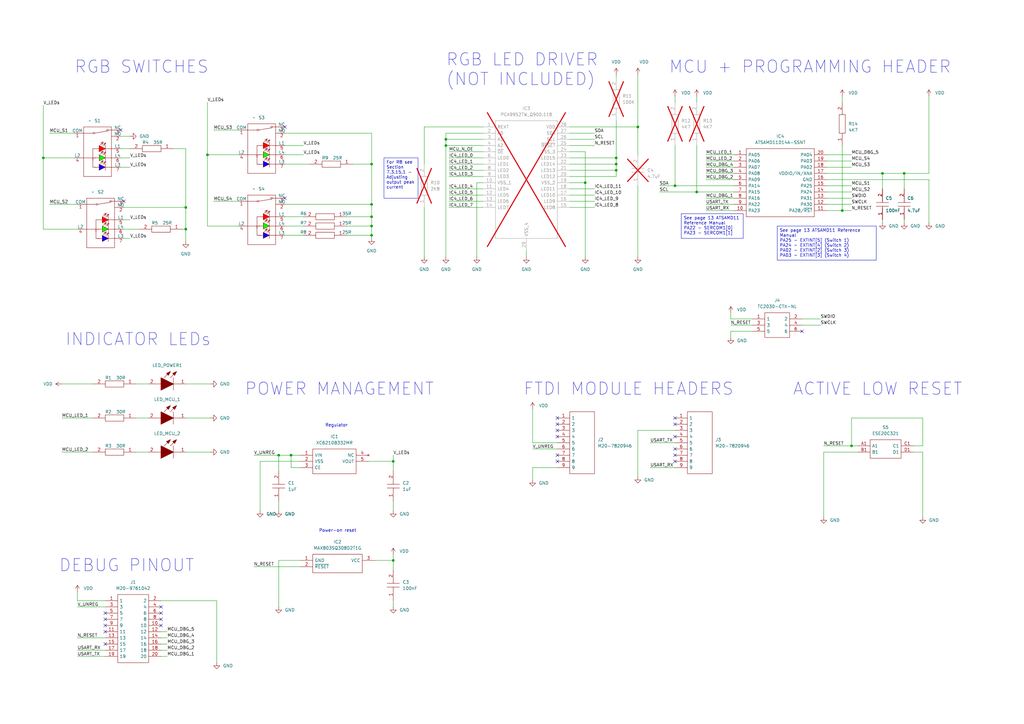
<source format=kicad_sch>
(kicad_sch (version 20230121) (generator eeschema)
  (paper "A3")
  (junction (at 76.2 85.09))
  (junction (at 345.44 86.36))
  (junction (at 349.25 182.88))
  (junction (at 114.3 186.69))
  (junction (at 152.4 83.82))
  (junction (at 276.86 76.2))
  (junction (at 240.03 74.93))
  (junction (at 152.4 92.71))
  (junction (at 161.29 229.87))
  (junction (at 152.4 67.31))
  (junction (at 161.29 189.23))
  (junction (at 361.95 71.12))
  (junction (at 152.4 88.9))
  (junction (at 370.84 71.12))
  (junction (at 76.2 93.98))
  (junction (at 252.73 64.77))
  (junction (at 85.09 63.5))
  (junction (at 252.73 67.31))
  (junction (at 152.4 96.52))
  (junction (at 182.88 57.15))
  (junction (at 261.62 52.07))
  (junction (at 285.75 78.74))
  (junction (at 252.73 69.85))
  (junction (at 17.78 64.77))
  (junction (at 182.88 59.69))
  (junction (at 119.38 186.69))
  (no_connect (at 43.18 254))
  (no_connect (at 66.04 248.92))
  (no_connect (at 66.04 251.46))
  (no_connect (at 276.86 173.99))
  (no_connect (at 276.86 189.23))
  (no_connect (at 43.18 264.16))
  (no_connect (at 43.18 251.46))
  (no_connect (at 116.84 52.07))
  (no_connect (at 228.6 171.45))
  (no_connect (at 276.86 179.07))
  (no_connect (at 276.86 186.69))
  (no_connect (at 328.93 135.89))
  (no_connect (at 228.6 186.69))
  (no_connect (at 228.6 173.99))
  (no_connect (at 276.86 171.45))
  (no_connect (at 66.04 254))
  (no_connect (at 66.04 256.54))
  (no_connect (at 50.8 82.55))
  (no_connect (at 43.18 259.08))
  (no_connect (at 276.86 184.15))
  (no_connect (at 228.6 189.23))
  (no_connect (at 228.6 179.07))
  (no_connect (at 43.18 256.54))
  (no_connect (at 228.6 176.53))
  (no_connect (at 49.53 53.34))
  (no_connect (at 116.84 81.28))
  (wire (pts (xy 31.75 242.57) (xy 31.75 246.38)))
  (wire (pts (xy 116.84 63.5) (xy 124.46 63.5)))
  (wire (pts (xy 276.86 39.37) (xy 276.86 41.91)))
  (wire (pts (xy 31.75 248.92) (xy 43.18 248.92)))
  (wire (pts (xy 339.09 76.2) (xy 349.25 76.2)))
  (wire (pts (xy 76.2 185.42) (xy 86.36 185.42)))
  (wire (pts (xy 381 39.37) (xy 381 71.12)))
  (wire (pts (xy 76.2 93.98) (xy 76.2 99.06)))
  (wire (pts (xy 198.12 74.93) (xy 195.58 74.93)))
  (wire (pts (xy 161.29 227.33) (xy 161.29 229.87)))
  (wire (pts (xy 184.15 62.23) (xy 198.12 62.23)))
  (wire (pts (xy 85.09 63.5) (xy 85.09 92.71)))
  (wire (pts (xy 218.44 167.64) (xy 218.44 181.61)))
  (wire (pts (xy 85.09 92.71) (xy 97.79 92.71)))
  (wire (pts (xy 289.56 73.66) (xy 300.99 73.66)))
  (wire (pts (xy 184.15 85.09) (xy 198.12 85.09)))
  (wire (pts (xy 55.88 157.48) (xy 60.96 157.48)))
  (wire (pts (xy 144.78 67.31) (xy 152.4 67.31)))
  (wire (pts (xy 152.4 83.82) (xy 152.4 88.9)))
  (wire (pts (xy 328.93 130.81) (xy 336.55 130.81)))
  (wire (pts (xy 161.29 193.04) (xy 161.29 189.23)))
  (wire (pts (xy 116.84 54.61) (xy 152.4 54.61)))
  (wire (pts (xy 17.78 43.18) (xy 17.78 64.77)))
  (wire (pts (xy 276.86 59.69) (xy 276.86 76.2)))
  (wire (pts (xy 49.53 55.88) (xy 53.34 55.88)))
  (wire (pts (xy 266.7 181.61) (xy 276.86 181.61)))
  (wire (pts (xy 20.32 54.61) (xy 30.48 54.61)))
  (wire (pts (xy 345.44 86.36) (xy 349.25 86.36)))
  (wire (pts (xy 173.99 85.09) (xy 173.99 105.41)))
  (wire (pts (xy 116.84 67.31) (xy 127 67.31)))
  (wire (pts (xy 114.3 186.69) (xy 119.38 186.69)))
  (wire (pts (xy 289.56 81.28) (xy 300.99 81.28)))
  (wire (pts (xy 261.62 176.53) (xy 276.86 176.53)))
  (wire (pts (xy 233.68 57.15) (xy 243.84 57.15)))
  (wire (pts (xy 261.62 30.48) (xy 261.62 52.07)))
  (wire (pts (xy 195.58 74.93) (xy 195.58 105.41)))
  (wire (pts (xy 378.46 185.42) (xy 378.46 212.09)))
  (wire (pts (xy 119.38 191.77) (xy 119.38 186.69)))
  (wire (pts (xy 114.3 229.87) (xy 123.19 229.87)))
  (wire (pts (xy 289.56 66.04) (xy 300.99 66.04)))
  (wire (pts (xy 374.65 182.88) (xy 378.46 182.88)))
  (wire (pts (xy 233.68 64.77) (xy 252.73 64.77)))
  (wire (pts (xy 182.88 57.15) (xy 198.12 57.15)))
  (wire (pts (xy 233.68 67.31) (xy 252.73 67.31)))
  (wire (pts (xy 289.56 63.5) (xy 300.99 63.5)))
  (wire (pts (xy 337.82 185.42) (xy 337.82 212.09)))
  (wire (pts (xy 339.09 83.82) (xy 349.25 83.82)))
  (wire (pts (xy 104.14 232.41) (xy 123.19 232.41)))
  (wire (pts (xy 233.68 52.07) (xy 261.62 52.07)))
  (wire (pts (xy 361.95 71.12) (xy 370.84 71.12)))
  (wire (pts (xy 252.73 64.77) (xy 252.73 67.31)))
  (wire (pts (xy 152.4 92.71) (xy 152.4 96.52)))
  (wire (pts (xy 345.44 39.37) (xy 345.44 41.91)))
  (wire (pts (xy 123.19 189.23) (xy 106.68 189.23)))
  (wire (pts (xy 152.4 67.31) (xy 152.4 83.82)))
  (wire (pts (xy 252.73 67.31) (xy 252.73 69.85)))
  (wire (pts (xy 339.09 68.58) (xy 349.25 68.58)))
  (wire (pts (xy 299.72 135.89) (xy 299.72 138.43)))
  (wire (pts (xy 289.56 71.12) (xy 300.99 71.12)))
  (wire (pts (xy 233.68 82.55) (xy 243.84 82.55)))
  (wire (pts (xy 116.84 88.9) (xy 124.46 88.9)))
  (wire (pts (xy 198.12 52.07) (xy 173.99 52.07)))
  (wire (pts (xy 285.75 39.37) (xy 285.75 41.91)))
  (wire (pts (xy 339.09 78.74) (xy 349.25 78.74)))
  (wire (pts (xy 370.84 71.12) (xy 370.84 77.47)))
  (wire (pts (xy 49.53 64.77) (xy 53.34 64.77)))
  (wire (pts (xy 261.62 176.53) (xy 261.62 195.58)))
  (wire (pts (xy 50.8 85.09) (xy 76.2 85.09)))
  (wire (pts (xy 308.61 133.35) (xy 299.72 133.35)))
  (wire (pts (xy 31.75 269.24) (xy 43.18 269.24)))
  (wire (pts (xy 182.88 59.69) (xy 198.12 59.69)))
  (wire (pts (xy 74.93 93.98) (xy 76.2 93.98)))
  (wire (pts (xy 87.63 53.34) (xy 97.79 53.34)))
  (wire (pts (xy 240.03 62.23) (xy 240.03 74.93)))
  (wire (pts (xy 276.86 76.2) (xy 300.99 76.2)))
  (wire (pts (xy 49.53 68.58) (xy 53.34 68.58)))
  (wire (pts (xy 152.4 96.52) (xy 152.4 97.79)))
  (wire (pts (xy 233.68 80.01) (xy 243.84 80.01)))
  (wire (pts (xy 142.24 88.9) (xy 152.4 88.9)))
  (wire (pts (xy 151.13 189.23) (xy 161.29 189.23)))
  (wire (pts (xy 233.68 74.93) (xy 240.03 74.93)))
  (wire (pts (xy 50.8 93.98) (xy 57.15 93.98)))
  (wire (pts (xy 25.4 157.48) (xy 38.1 157.48)))
  (wire (pts (xy 349.25 171.45) (xy 349.25 182.88)))
  (wire (pts (xy 339.09 81.28) (xy 349.25 81.28)))
  (wire (pts (xy 182.88 59.69) (xy 182.88 105.41)))
  (wire (pts (xy 184.15 82.55) (xy 198.12 82.55)))
  (wire (pts (xy 114.3 205.74) (xy 114.3 209.55)))
  (wire (pts (xy 308.61 130.81) (xy 299.72 130.81)))
  (wire (pts (xy 66.04 261.62) (xy 68.58 261.62)))
  (wire (pts (xy 345.44 59.69) (xy 345.44 86.36)))
  (wire (pts (xy 285.75 59.69) (xy 285.75 78.74)))
  (wire (pts (xy 50.8 90.17) (xy 53.34 90.17)))
  (wire (pts (xy 25.4 171.45) (xy 38.1 171.45)))
  (wire (pts (xy 76.2 85.09) (xy 76.2 93.98)))
  (wire (pts (xy 266.7 191.77) (xy 276.86 191.77)))
  (wire (pts (xy 161.29 205.74) (xy 161.29 209.55)))
  (wire (pts (xy 184.15 77.47) (xy 198.12 77.47)))
  (wire (pts (xy 76.2 60.96) (xy 76.2 85.09)))
  (wire (pts (xy 106.68 189.23) (xy 106.68 209.55)))
  (wire (pts (xy 233.68 54.61) (xy 243.84 54.61)))
  (wire (pts (xy 252.73 69.85) (xy 252.73 72.39)))
  (wire (pts (xy 152.4 54.61) (xy 152.4 67.31)))
  (wire (pts (xy 161.29 229.87) (xy 161.29 233.68)))
  (wire (pts (xy 43.18 246.38) (xy 31.75 246.38)))
  (wire (pts (xy 252.73 49.53) (xy 252.73 64.77)))
  (wire (pts (xy 218.44 191.77) (xy 218.44 196.85)))
  (wire (pts (xy 261.62 76.2) (xy 261.62 105.41)))
  (wire (pts (xy 233.68 85.09) (xy 243.84 85.09)))
  (wire (pts (xy 374.65 185.42) (xy 378.46 185.42)))
  (wire (pts (xy 289.56 68.58) (xy 300.99 68.58)))
  (wire (pts (xy 381 73.66) (xy 381 91.44)))
  (wire (pts (xy 116.84 92.71) (xy 124.46 92.71)))
  (wire (pts (xy 71.12 60.96) (xy 76.2 60.96)))
  (wire (pts (xy 270.51 76.2) (xy 276.86 76.2)))
  (wire (pts (xy 285.75 78.74) (xy 300.99 78.74)))
  (wire (pts (xy 31.75 261.62) (xy 43.18 261.62)))
  (wire (pts (xy 25.4 185.42) (xy 38.1 185.42)))
  (wire (pts (xy 17.78 64.77) (xy 17.78 93.98)))
  (wire (pts (xy 142.24 92.71) (xy 152.4 92.71)))
  (wire (pts (xy 104.14 186.69) (xy 114.3 186.69)))
  (wire (pts (xy 161.29 186.69) (xy 161.29 189.23)))
  (wire (pts (xy 184.15 64.77) (xy 198.12 64.77)))
  (wire (pts (xy 119.38 186.69) (xy 123.19 186.69)))
  (wire (pts (xy 289.56 86.36) (xy 300.99 86.36)))
  (wire (pts (xy 233.68 77.47) (xy 243.84 77.47)))
  (wire (pts (xy 173.99 52.07) (xy 173.99 67.31)))
  (wire (pts (xy 55.88 185.42) (xy 60.96 185.42)))
  (wire (pts (xy 337.82 182.88) (xy 349.25 182.88)))
  (wire (pts (xy 361.95 71.12) (xy 361.95 77.47)))
  (wire (pts (xy 339.09 86.36) (xy 345.44 86.36)))
  (wire (pts (xy 17.78 64.77) (xy 30.48 64.77)))
  (wire (pts (xy 184.15 72.39) (xy 198.12 72.39)))
  (wire (pts (xy 66.04 264.16) (xy 68.58 264.16)))
  (wire (pts (xy 233.68 72.39) (xy 252.73 72.39)))
  (wire (pts (xy 228.6 191.77) (xy 218.44 191.77)))
  (wire (pts (xy 308.61 135.89) (xy 299.72 135.89)))
  (wire (pts (xy 270.51 78.74) (xy 285.75 78.74)))
  (wire (pts (xy 153.67 229.87) (xy 161.29 229.87)))
  (wire (pts (xy 66.04 269.24) (xy 68.58 269.24)))
  (wire (pts (xy 252.73 30.48) (xy 252.73 31.75)))
  (wire (pts (xy 339.09 71.12) (xy 361.95 71.12)))
  (wire (pts (xy 215.9 102.87) (xy 215.9 105.41)))
  (wire (pts (xy 76.2 157.48) (xy 86.36 157.48)))
  (wire (pts (xy 361.95 90.17) (xy 361.95 91.44)))
  (wire (pts (xy 66.04 259.08) (xy 68.58 259.08)))
  (wire (pts (xy 66.04 266.7) (xy 68.58 266.7)))
  (wire (pts (xy 85.09 63.5) (xy 97.79 63.5)))
  (wire (pts (xy 289.56 83.82) (xy 300.99 83.82)))
  (wire (pts (xy 116.84 83.82) (xy 152.4 83.82)))
  (wire (pts (xy 184.15 69.85) (xy 198.12 69.85)))
  (wire (pts (xy 339.09 66.04) (xy 349.25 66.04)))
  (wire (pts (xy 299.72 128.27) (xy 299.72 130.81)))
  (wire (pts (xy 339.09 73.66) (xy 381 73.66)))
  (wire (pts (xy 88.9 246.38) (xy 88.9 271.78)))
  (wire (pts (xy 328.93 133.35) (xy 336.55 133.35)))
  (wire (pts (xy 218.44 184.15) (xy 228.6 184.15)))
  (wire (pts (xy 233.68 62.23) (xy 240.03 62.23)))
  (wire (pts (xy 123.19 191.77) (xy 119.38 191.77)))
  (wire (pts (xy 370.84 71.12) (xy 381 71.12)))
  (wire (pts (xy 182.88 54.61) (xy 198.12 54.61)))
  (wire (pts (xy 55.88 171.45) (xy 60.96 171.45)))
  (wire (pts (xy 87.63 82.55) (xy 97.79 82.55)))
  (wire (pts (xy 116.84 96.52) (xy 124.46 96.52)))
  (wire (pts (xy 116.84 59.69) (xy 124.46 59.69)))
  (wire (pts (xy 76.2 171.45) (xy 86.36 171.45)))
  (wire (pts (xy 233.68 59.69) (xy 243.84 59.69)))
  (wire (pts (xy 261.62 52.07) (xy 261.62 63.5)))
  (wire (pts (xy 161.29 246.38) (xy 161.29 248.92)))
  (wire (pts (xy 184.15 80.01) (xy 198.12 80.01)))
  (wire (pts (xy 370.84 90.17) (xy 370.84 91.44)))
  (wire (pts (xy 142.24 96.52) (xy 152.4 96.52)))
  (wire (pts (xy 184.15 67.31) (xy 198.12 67.31)))
  (wire (pts (xy 182.88 57.15) (xy 182.88 59.69)))
  (wire (pts (xy 49.53 60.96) (xy 53.34 60.96)))
  (wire (pts (xy 85.09 41.91) (xy 85.09 63.5)))
  (wire (pts (xy 50.8 97.79) (xy 53.34 97.79)))
  (wire (pts (xy 228.6 181.61) (xy 218.44 181.61)))
  (wire (pts (xy 339.09 63.5) (xy 349.25 63.5)))
  (wire (pts (xy 114.3 186.69) (xy 114.3 193.04)))
  (wire (pts (xy 378.46 182.88) (xy 378.46 171.45)))
  (wire (pts (xy 240.03 74.93) (xy 240.03 105.41)))
  (wire (pts (xy 31.75 266.7) (xy 43.18 266.7)))
  (wire (pts (xy 17.78 93.98) (xy 31.75 93.98)))
  (wire (pts (xy 20.32 83.82) (xy 31.75 83.82)))
  (wire (pts (xy 66.04 246.38) (xy 88.9 246.38)))
  (wire (pts (xy 349.25 182.88) (xy 351.79 182.88)))
  (wire (pts (xy 152.4 88.9) (xy 152.4 92.71)))
  (wire (pts (xy 114.3 229.87) (xy 114.3 248.92)))
  (wire (pts (xy 378.46 171.45) (xy 349.25 171.45)))
  (wire (pts (xy 233.68 69.85) (xy 252.73 69.85)))
  (wire (pts (xy 182.88 54.61) (xy 182.88 57.15)))
  (wire (pts (xy 351.79 185.42) (xy 337.82 185.42)))
  (text_box "See page 13 ATSAMD11 Reference Manual\nPA22 - SERCOM1[0]\nPA23 - SERCOM1[1]" (at 279.4 87.63 0) (size 25.4 10.16) (effects (font (size 1.27 1.27)) (justify left top)))
  (text_box "See page 13 ATSAMD11 Reference Manual\nPA25 - EXTINT[5] (Switch 1)\nPA24 - EXTINT[4] (Switch 2)\nPA02 - EXTINT[2] (Switch 3)\nPA03 - EXTINT[3] (Switch 4)" (at 318.77 92.71 0) (size 40.64 13.97) (effects (font (size 1.27 1.27)) (justify left top)))
  (text_box "For R8 see Section 7.3.15.1 - Adjusting output peak current\n" (at 157.48 64.77 0) (size 13.97 16.51) (effects (font (size 1.27 1.27)) (justify left top)))
  (text "POWER MANAGEMENT" (at 100.33 162.56 0) (effects (font (size 5 5)) (justify left bottom)))
  (text "FTDI MODULE HEADERS" (at 214.63 162.56 0) (effects (font (size 5 5)) (justify left bottom)))
  (text "DEBUG PINOUT" (at 24.13 234.95 0) (effects (font (size 5 5)) (justify left bottom)))
  (text "INDICATOR LEDs" (at 26.67 142.24 0) (effects (font (size 5 5)) (justify left bottom)))
  (text "RGB LED DRIVER\n(NOT INCLUDED)" (at 182.88 35.56 0) (effects (font (size 5 5)) (justify left bottom)))
  (text "ACTIVE LOW RESET" (at 325.12 162.56 0) (effects (font (size 5 5)) (justify left bottom)))
  (text "RGB SWITCHES" (at 30.48 30.48 0) (effects (font (size 5 5)) (justify left bottom)))
  (text "Regulator" (at 133.35 175.26 0) (effects (font (size 1.27 1.27)) (justify left bottom)))
  (text "MCU + PROGRAMMING HEADER" (at 274.32 30.48 0) (effects (font (size 5 5)) (justify left bottom)))
  (text "Power-on reset" (at 130.81 218.44 0) (effects (font (size 1.27 1.27)) (justify left bottom)))
  (label "SDA" (at 243.84 54.61 0))
  (label "IC4_LED_4" (at 184.15 77.47 0))
  (label "IC4_LED_11" (at 243.84 77.47 0))
  (label "N_RESET" (at 243.84 59.69 0))
  (label "V_LEDs" (at 161.29 186.69 0))
  (label "USART_RX" (at 31.75 266.7 0))
  (label "SWDIO" (at 349.25 81.28 0))
  (label "MCU_DBG_2" (at 68.58 266.7 0))
  (label "MCU_DBG_4" (at 68.58 261.62 0))
  (label "IC4_LED_1" (at 184.15 67.31 0))
  (label "SWCLK" (at 349.25 83.82 0))
  (label "V_UNREG" (at 218.44 184.15 0))
  (label "V_UNREG" (at 31.75 248.92 0))
  (label "V_UNREG" (at 104.14 186.69 0))
  (label "MCU_N_OE" (at 184.15 62.23 0))
  (label "IC4_LED_6" (at 184.15 82.55 0))
  (label "MCU_DBG_5" (at 349.25 63.5 0))
  (label "N_RESET" (at 31.75 261.62 0))
  (label "MCU_DBG_2" (at 289.56 73.66 0))
  (label "MCU_S4" (at 349.25 66.04 0))
  (label "USART_TX" (at 31.75 269.24 0))
  (label "IC4_LED_5" (at 184.15 80.01 0))
  (label "SCL" (at 270.51 78.74 0))
  (label "V_LEDs" (at 124.46 63.5 0))
  (label "N_RESET" (at 337.82 182.88 0))
  (label "MCU_LED_2" (at 25.4 185.42 0))
  (label "IC4_LED_9" (at 243.84 82.55 0))
  (label "SWDIO" (at 336.55 130.81 0))
  (label "V_LEDs" (at 85.09 41.91 0))
  (label "USART_RX" (at 289.56 86.36 0))
  (label "MCU_S1" (at 20.32 54.61 0))
  (label "SCL" (at 243.84 57.15 0))
  (label "MCU_S3" (at 349.25 68.58 0))
  (label "IC4_LED_8" (at 243.84 85.09 0))
  (label "MCU_DBG_3" (at 68.58 264.16 0))
  (label "N_RESET" (at 349.25 86.36 0))
  (label "IC4_LED_0" (at 184.15 64.77 0))
  (label "MCU_S2" (at 20.32 83.82 0))
  (label "MCU_S3" (at 87.63 53.34 0))
  (label "MCU_DBG_5" (at 68.58 259.08 0))
  (label "V_LEDs" (at 53.34 97.79 0))
  (label "N_RESET" (at 299.72 133.35 0))
  (label "IC4_LED_2" (at 184.15 69.85 0))
  (label "V_LEDs" (at 53.34 90.17 0))
  (label "USART_TX" (at 266.7 181.61 0))
  (label "IC4_LED_3" (at 184.15 72.39 0))
  (label "MCU_LED_1" (at 25.4 171.45 0))
  (label "MCU_DBG_4" (at 289.56 68.58 0))
  (label "IC4_LED_10" (at 243.84 80.01 0))
  (label "MCU_S4" (at 87.63 82.55 0))
  (label "USART_TX" (at 289.56 83.82 0))
  (label "IC4_LED_7" (at 184.15 85.09 0))
  (label "MCU_DBG_1" (at 68.58 269.24 0))
  (label "SDA" (at 270.51 76.2 0))
  (label "USART_RX" (at 266.7 191.77 0))
  (label "SWCLK" (at 336.55 133.35 0))
  (label "V_LEDs" (at 124.46 59.69 0))
  (label "MCU_DBG_1" (at 289.56 81.28 0))
  (label "V_LEDs" (at 53.34 64.77 0))
  (label "MCU_S1" (at 349.25 76.2 0))
  (label "MCU_LED_1" (at 289.56 63.5 0))
  (label "MCU_S2" (at 349.25 78.74 0))
  (label "MCU_LED_2" (at 289.56 66.04 0))
  (label "V_LEDs" (at 53.34 68.58 0))
  (label "V_LEDs" (at 17.78 43.18 0))
  (label "N_RESET" (at 104.14 232.41 0))
  (label "MCU_DBG_3" (at 289.56 71.12 0))
  (symbol (lib_id "power:GND") (at 195.58 105.41 0) (unit 1)
    (property "Reference" "#PWR026" (effects hide))
    (property "Value" "GND" (at 195.58 110.49 0))
  )
  (symbol (lib_id "power:GND") (at 218.44 196.85 0) (unit 1)
    (property "Reference" "#PWR028" (effects hide))
    (property "Value" "GND" (at 220.98 198.12 0) (effects (justify left)))
  )
  (symbol (lib_id "power:GND") (at 152.4 97.79 0) (unit 1)
    (property "Reference" "#PWR020" (effects hide))
    (property "Value" "GND" (at 152.4 102.87 0))
  )
  (symbol (lib_id "power:GND") (at 173.99 105.41 0) (unit 1)
    (property "Reference" "#PWR024" (effects hide))
    (property "Value" "GND" (at 173.99 110.49 0))
  )
  (symbol (lib_id "BuranComponents:PB26-13M_RGB") (at 36.83 49.53 0) (unit 1)
    (property "Reference" "S1" (at 40.005 49.53 0))
    (property "Value" "~" (at 36.83 49.53 0))
    (property "Footprint" "BuranCustom:PB26-13M RGB LED" (effects hide))
  )
  (symbol (lib_id "SamacSys:XC6210B332MR") (at 123.19 186.69 0) (unit 1)
    (property "Reference" "IC1" (at 137.16 179.07 0))
    (property "Value" "XC6210B332MR" (at 137.16 181.61 0))
    (property "Footprint" "SamacSys_Parts:SOT95P280X130-5N" (effects hide))
    (property "Datasheet" "https://www.torexsemi.com/file/xc6210/XC6210.pdf" (effects hide))
    (property "Description" "TOREX - XC6210B332MR - IC, V REG CMOS LDO 3.3V, SMD, 6210" (effects hide))
    (property "Height" "1.3" (effects hide))
    (property "Manufacturer_Name" "Torex" (effects hide))
    (property "Manufacturer_Part_Number" "XC6210B332MR" (effects hide))
    (property "Mouser Part Number" "N/A" (effects hide))
    (property "Mouser Price/Stock" "https://www.mouser.co.uk/ProductDetail/Torex-Semiconductor/XC6210B332MR?qs=TiOZkKH1s2RnKp%252BMGbUSuQ%3D%3D" (effects hide))
  )
  (symbol (lib_id "SamacSys:ERA3AEB471V") (at 142.24 92.71 180) (unit 1)
    (property "Reference" "R7" (at 124.46 91.44 0))
    (property "Value" "25R" (at 142.24 91.44 0))
    (property "Footprint" "SamacSys_Parts:ERA3AEB101V" (effects hide))
    (property "Datasheet" "https://industrial.panasonic.com/cdbs/www-data/pdf/RDM0000/AOA0000C307.pdf" (effects hide))
    (property "Description" "SMD Thin film resistor 0603 470R (Reel) Panasonic ERA Series Thin Film Surface Mount Fixed Resistor 0603 Case 470 +/-0.1% 0.1W +/-25ppm/C" (effects hide))
    (property "Height" "0.55" (effects hide))
    (property "Manufacturer_Name" "Panasonic" (effects hide))
    (property "Manufacturer_Part_Number" "ERA3AEB471V" (effects hide))
  )
  (symbol (lib_id "power:VDD") (at 252.73 30.48 0) (unit 1)
    (property "Reference" "#PWR030" (effects hide))
    (property "Value" "VDD" (at 252.73 25.4 0))
  )
  (symbol (lib_id "power:GND") (at 337.82 212.09 0) (unit 1)
    (property "Reference" "#PWR038" (effects hide))
    (property "Value" "GND" (at 340.36 213.36 0) (effects (justify left)))
  )
  (symbol (lib_id "SamacSys:HSMA-C120") (at 76.2 157.48 0) (mirror y) (unit 1)
    (property "Reference" "LED_POWER1" (at 68.58 149.86 0))
    (property "Value" "HSMA-C120" (effects hide))
    (property "Footprint" "SamacSys_Parts:LEDM166X110N" (effects hide))
    (property "Datasheet" "https://docs.broadcom.com/docs/AV02-0975EN" (effects hide))
    (property "Description" "1.9 V Amber LED 1608 (0603)  SMD, Broadcom HSMA-C120" (effects hide))
    (property "Height" "1.1" (effects hide))
    (property "Manufacturer_Name" "Avago Technologies" (effects hide))
    (property "Manufacturer_Part_Number" "HSMA-C120" (effects hide))
    (property "Mouser Part Number" "630-HSMA-C120" (effects hide))
    (property "Mouser Price/Stock" "https://www.mouser.co.uk/ProductDetail/Broadcom-Avago/HSMA-C120?qs=YDL0qNrpDT5lwntMCaK4Iw%3D%3D" (effects hide))
  )
  (symbol (lib_id "power:GND") (at 86.36 171.45 90) (unit 1)
    (property "Reference" "#PWR012" (effects hide))
    (property "Value" "GND" (at 90.17 171.45 90) (effects (justify right)))
  )
  (symbol (lib_id "SamacSys:PCA9952TW_Q900,118") (at 198.12 52.07 0) (unit 1) (on_board no) (dnp yes)
    (property "Reference" "IC3" (at 215.9 44.45 0))
    (property "Value" "PCA9952TW_Q900,118" (at 215.9 46.99 0))
    (property "Footprint" "SamacSys_Parts:SOP65P640X110-29N" (effects hide))
    (property "Datasheet" "https://www.nxp.com/docs/en/data-sheet/PCA9952_PCA9955.pdf" (effects hide))
    (property "Description" "LED Lighting Drivers 16-channel Fm+ I2C- bus 57 mA LED driver" (effects hide))
    (property "Height" "1.1" (effects hide))
    (property "Manufacturer_Name" "NXP" (effects hide))
    (property "Manufacturer_Part_Number" "PCA9952TW/Q900,118" (effects hide))
    (property "Mouser Part Number" "771-PCA9952TWQ900118" (effects hide))
    (property "Mouser Price/Stock" "https://www.mouser.co.uk/ProductDetail/NXP-Semiconductors/PCA9952TW-Q900118?qs=fi7yB2oewZllQz9161F1iA%3D%3D" (effects hide))
    (property "Arrow Part Number" "PCA9952TW/Q900,118" (effects hide))
    (property "Arrow Price/Stock" "https://www.arrow.com/en/products/pca9952twq900118/nxp-semiconductors?region=nac" (effects hide))
  )
  (symbol (lib_id "power:GND") (at 215.9 105.41 0) (unit 1)
    (property "Reference" "#PWR027" (effects hide))
    (property "Value" "GND" (at 215.9 110.49 0))
  )
  (symbol (lib_id "power:VDD") (at 299.72 128.27 0) (unit 1)
    (property "Reference" "#PWR036" (effects hide))
    (property "Value" "VDD" (at 302.26 127 0) (effects (justify left)))
  )
  (symbol (lib_id "SamacSys:C0603C180F5GACTU") (at 370.84 90.17 90) (unit 1)
    (property "Reference" "C6" (at 372.11 81.28 90) (effects (justify right)))
    (property "Value" "4.7uF" (at 372.11 86.36 90) (effects (justify right)))
    (property "Footprint" "SamacSys_Parts:CAPC1608X87N" (effects hide))
    (property "Datasheet" "https://content.kemet.com/datasheets/KEM_C1003_C0G_SMD.pdf" (effects hide))
    (property "Description" "SMD Comm C0G, Ceramic, 18 pF, 1%, 50 VDC, 125 VDC, 125C, -55C, C0G, SMD, MLCC, Ultra-Stable, Low Loss, Class I, 0.1 % , 100 GOhms, 3.7 mg, 0603, 1.6mm, 0.8mm, 0.8mm, 0.7mm, 0.35mm, 4000, 78  Weeks, 120" (effects hide))
    (property "Height" "0.87" (effects hide))
    (property "Manufacturer_Name" "KEMET" (effects hide))
    (property "Manufacturer_Part_Number" "C0603C180F5GACTU" (effects hide))
    (property "Mouser Part Number" "80-C0603C180F5G" (effects hide))
    (property "Mouser Price/Stock" "https://www.mouser.co.uk/ProductDetail/KEMET/C0603C180F5GACTU?qs=nRD1PKnFC2GPi%2FOLc6pETA%3D%3D" (effects hide))
    (property "Arrow Part Number" "C0603C180F5GACTU" (effects hide))
    (property "Arrow Price/Stock" "https://www.arrow.com/en/products/c0603c180f5gactu/kemet-corporation?region=nac" (effects hide))
  )
  (symbol (lib_id "SamacSys:ERA3AEB471V") (at 74.93 93.98 180) (unit 1)
    (property "Reference" "R5" (at 63.5 91.44 0))
    (property "Value" "25R" (at 68.58 91.44 0))
    (property "Footprint" "SamacSys_Parts:ERA3AEB101V" (effects hide))
    (property "Datasheet" "https://industrial.panasonic.com/cdbs/www-data/pdf/RDM0000/AOA0000C307.pdf" (effects hide))
    (property "Description" "SMD Thin film resistor 0603 470R (Reel) Panasonic ERA Series Thin Film Surface Mount Fixed Resistor 0603 Case 470 +/-0.1% 0.1W +/-25ppm/C" (effects hide))
    (property "Height" "0.55" (effects hide))
    (property "Manufacturer_Name" "Panasonic" (effects hide))
    (property "Manufacturer_Part_Number" "ERA3AEB471V" (effects hide))
  )
  (symbol (lib_id "power:GND") (at 299.72 138.43 0) (unit 1)
    (property "Reference" "#PWR037" (effects hide))
    (property "Value" "GND" (at 302.26 139.7 0) (effects (justify left)))
  )
  (symbol (lib_id "power:VDD") (at 25.4 157.48 90) (unit 1)
    (property "Reference" "#PWR02" (effects hide))
    (property "Value" "VDD" (at 21.59 157.48 90) (effects (justify left)))
  )
  (symbol (lib_id "power:GND") (at 182.88 105.41 0) (unit 1)
    (property "Reference" "#PWR025" (effects hide))
    (property "Value" "GND" (at 182.88 110.49 0))
  )
  (symbol (lib_id "SamacSys:ERA3AEB471V") (at 345.44 59.69 90) (unit 1)
    (property "Reference" "R14" (at 347.98 50.8 90) (effects (justify right)))
    (property "Value" "4K7" (at 347.98 53.34 90) (effects (justify right)))
    (property "Footprint" "SamacSys_Parts:ERA3AEB101V" (effects hide))
    (property "Datasheet" "https://industrial.panasonic.com/cdbs/www-data/pdf/RDM0000/AOA0000C307.pdf" (effects hide))
    (property "Description" "SMD Thin film resistor 0603 470R (Reel) Panasonic ERA Series Thin Film Surface Mount Fixed Resistor 0603 Case 470 +/-0.1% 0.1W +/-25ppm/C" (effects hide))
    (property "Height" "0.55" (effects hide))
    (property "Manufacturer_Name" "Panasonic" (effects hide))
    (property "Manufacturer_Part_Number" "ERA3AEB471V" (effects hide))
  )
  (symbol (lib_id "power:VDD") (at 285.75 39.37 0) (unit 1)
    (property "Reference" "#PWR035" (effects hide))
    (property "Value" "VDD" (at 288.29 38.1 0) (effects (justify left)))
  )
  (symbol (lib_id "power:GND") (at 86.36 157.48 90) (unit 1)
    (property "Reference" "#PWR011" (effects hide))
    (property "Value" "GND" (at 90.17 157.48 90) (effects (justify right)))
  )
  (symbol (lib_id "power:GND") (at 88.9 271.78 0) (unit 1)
    (property "Reference" "#PWR014" (effects hide))
    (property "Value" "GND" (at 91.44 273.05 0) (effects (justify left)))
  )
  (symbol (lib_id "SamacSys:C0603C180F5GACTU") (at 161.29 246.38 90) (unit 1)
    (property "Reference" "C3" (at 165.1 238.76 90) (effects (justify right)))
    (property "Value" "100nF" (at 165.1 241.3 90) (effects (justify right)))
    (property "Footprint" "SamacSys_Parts:CAPC1608X87N" (effects hide))
    (property "Datasheet" "https://content.kemet.com/datasheets/KEM_C1003_C0G_SMD.pdf" (effects hide))
    (property "Description" "SMD Comm C0G, Ceramic, 18 pF, 1%, 50 VDC, 125 VDC, 125C, -55C, C0G, SMD, MLCC, Ultra-Stable, Low Loss, Class I, 0.1 % , 100 GOhms, 3.7 mg, 0603, 1.6mm, 0.8mm, 0.8mm, 0.7mm, 0.35mm, 4000, 78  Weeks, 120" (effects hide))
    (property "Height" "0.87" (effects hide))
    (property "Manufacturer_Name" "KEMET" (effects hide))
    (property "Manufacturer_Part_Number" "C0603C180F5GACTU" (effects hide))
    (property "Mouser Part Number" "80-C0603C180F5G" (effects hide))
    (property "Mouser Price/Stock" "https://www.mouser.co.uk/ProductDetail/KEMET/C0603C180F5GACTU?qs=nRD1PKnFC2GPi%2FOLc6pETA%3D%3D" (effects hide))
    (property "Arrow Part Number" "C0603C180F5GACTU" (effects hide))
    (property "Arrow Price/Stock" "https://www.arrow.com/en/products/c0603c180f5gactu/kemet-corporation?region=nac" (effects hide))
  )
  (symbol (lib_id "power:VDD") (at 161.29 227.33 0) (unit 1)
    (property "Reference" "#PWR022" (effects hide))
    (property "Value" "VDD" (at 163.83 226.06 0) (effects (justify left)))
  )
  (symbol (lib_id "SamacSys:M20-9761042") (at 43.18 246.38 0) (unit 1)
    (property "Reference" "J1" (at 54.61 238.76 0))
    (property "Value" "M20-9761042" (at 54.61 241.3 0))
    (property "Footprint" "SamacSys_Parts:HDRV20W64P254_2X10_2540X508X838P" (effects hide))
    (property "Datasheet" "https://cdn.harwin.com/pdfs/M20-976.pdf" (effects hide))
    (property "Description" "2.54mm (0.1\") Pitch DIL Vertical Throughboard Pin Header, 5.8mm mating pin height, selective gold + tin, 10+10 contacts" (effects hide))
    (property "Height" "8.38" (effects hide))
    (property "Manufacturer_Name" "Harwin" (effects hide))
    (property "Manufacturer_Part_Number" "M20-9761042" (effects hide))
    (property "Mouser Part Number" "855-M20-9761042" (effects hide))
    (property "Mouser Price/Stock" "https://www.mouser.co.uk/ProductDetail/Harwin/M20-9761042?qs=vF78I%252BjhbY%2Fp44UYNx369Q%3D%3D" (effects hide))
  )
  (symbol (lib_id "power:GND") (at 114.3 209.55 0) (unit 1)
    (property "Reference" "#PWR016" (effects hide))
    (property "Value" "GND" (at 116.84 210.82 0) (effects (justify left)))
  )
  (symbol (lib_id "power:GND") (at 106.68 209.55 0) (unit 1)
    (property "Reference" "#PWR015" (effects hide))
    (property "Value" "GND" (at 109.22 210.82 0) (effects (justify left)))
  )
  (symbol (lib_id "power:GND") (at 240.03 105.41 0) (unit 1)
    (property "Reference" "#PWR029" (effects hide))
    (property "Value" "GND" (at 240.03 110.49 0))
  )
  (symbol (lib_id "SamacSys:C0603C180F5GACTU") (at 161.29 205.74 90) (unit 1)
    (property "Reference" "C2" (at 165.1 198.12 90) (effects (justify right)))
    (property "Value" "1uF" (at 165.1 200.66 90) (effects (justify right)))
    (property "Footprint" "SamacSys_Parts:CAPC1608X87N" (effects hide))
    (property "Datasheet" "https://content.kemet.com/datasheets/KEM_C1003_C0G_SMD.pdf" (effects hide))
    (property "Description" "SMD Comm C0G, Ceramic, 18 pF, 1%, 50 VDC, 125 VDC, 125C, -55C, C0G, SMD, MLCC, Ultra-Stable, Low Loss, Class I, 0.1 % , 100 GOhms, 3.7 mg, 0603, 1.6mm, 0.8mm, 0.8mm, 0.7mm, 0.35mm, 4000, 78  Weeks, 120" (effects hide))
    (property "Height" "0.87" (effects hide))
    (property "Manufacturer_Name" "KEMET" (effects hide))
    (property "Manufacturer_Part_Number" "C0603C180F5GACTU" (effects hide))
    (property "Mouser Part Number" "80-C0603C180F5G" (effects hide))
    (property "Mouser Price/Stock" "https://www.mouser.co.uk/ProductDetail/KEMET/C0603C180F5GACTU?qs=nRD1PKnFC2GPi%2FOLc6pETA%3D%3D" (effects hide))
    (property "Arrow Part Number" "C0603C180F5GACTU" (effects hide))
    (property "Arrow Price/Stock" "https://www.arrow.com/en/products/c0603c180f5gactu/kemet-corporation?region=nac" (effects hide))
  )
  (symbol (lib_id "power:GND") (at 370.84 91.44 0) (unit 1)
    (property "Reference" "#PWR041" (effects hide))
    (property "Value" "GND" (at 373.38 92.71 0) (effects (justify left)))
  )
  (symbol (lib_id "power:GND") (at 86.36 185.42 90) (unit 1)
    (property "Reference" "#PWR013" (effects hide))
    (property "Value" "GND" (at 90.17 185.42 90) (effects (justify right)))
  )
  (symbol (lib_id "SamacSys:M20-7820946") (at 228.6 171.45 0) (unit 1)
    (property "Reference" "J2" (at 245.11 180.34 0) (effects (justify left)))
    (property "Value" "M20-7820946" (at 245.11 182.88 0) (effects (justify left)))
    (property "Footprint" "SamacSys_Parts:RHDR9W70P0X254_1X9_2326X250X865P" (effects hide))
    (property "Datasheet" "https://cdn.harwin.com/pdfs/M20-782.pdf" (effects hide))
    (property "Description" "2.54mm (0.1\") Pitch SIL Vertical Throughboard Socket Assembly, tin, 9 contacts" (effects hide))
    (property "Height" "8.65" (effects hide))
    (property "Manufacturer_Name" "Harwin" (effects hide))
    (property "Manufacturer_Part_Number" "M20-7820946" (effects hide))
    (property "Mouser Part Number" "855-M20-7820946" (effects hide))
    (property "Mouser Price/Stock" "https://www.mouser.co.uk/ProductDetail/Harwin/M20-7820946?qs=vF78I%252BjhbY9ojjezFz0qqQ%3D%3D" (effects hide))
  )
  (symbol (lib_id "SamacSys:ERA3AEB471V") (at 252.73 49.53 90) (unit 1) (on_board no) (dnp yes)
    (property "Reference" "R11" (at 255.27 39.37 90) (effects (justify right)))
    (property "Value" "100K" (at 255.27 41.91 90) (effects (justify right)))
    (property "Footprint" "SamacSys_Parts:ERA3AEB101V" (effects hide))
    (property "Datasheet" "https://industrial.panasonic.com/cdbs/www-data/pdf/RDM0000/AOA0000C307.pdf" (effects hide))
    (property "Description" "SMD Thin film resistor 0603 470R (Reel) Panasonic ERA Series Thin Film Surface Mount Fixed Resistor 0603 Case 470 +/-0.1% 0.1W +/-25ppm/C" (effects hide))
    (property "Height" "0.55" (effects hide))
    (property "Manufacturer_Name" "Panasonic" (effects hide))
    (property "Manufacturer_Part_Number" "ERA3AEB471V" (effects hide))
  )
  (symbol (lib_id "SamacSys:ERA3AEB471V") (at 142.24 88.9 180) (unit 1)
    (property "Reference" "R6" (at 124.46 87.63 0))
    (property "Value" "35R" (at 142.24 87.63 0))
    (property "Footprint" "SamacSys_Parts:ERA3AEB101V" (effects hide))
    (property "Datasheet" "https://industrial.panasonic.com/cdbs/www-data/pdf/RDM0000/AOA0000C307.pdf" (effects hide))
    (property "Description" "SMD Thin film resistor 0603 470R (Reel) Panasonic ERA Series Thin Film Surface Mount Fixed Resistor 0603 Case 470 +/-0.1% 0.1W +/-25ppm/C" (effects hide))
    (property "Height" "0.55" (effects hide))
    (property "Manufacturer_Name" "Panasonic" (effects hide))
    (property "Manufacturer_Part_Number" "ERA3AEB471V" (effects hide))
  )
  (symbol (lib_id "power:GND") (at 261.62 195.58 0) (unit 1)
    (property "Reference" "#PWR033" (effects hide))
    (property "Value" "GND" (at 264.16 196.85 0) (effects (justify left)))
  )
  (symbol (lib_id "SamacSys:ERA3AEB471V") (at 55.88 171.45 180) (unit 1)
    (property "Reference" "R2" (at 44.45 168.91 0))
    (property "Value" "30R" (at 49.53 168.91 0))
    (property "Footprint" "SamacSys_Parts:ERA3AEB101V" (effects hide))
    (property "Datasheet" "https://industrial.panasonic.com/cdbs/www-data/pdf/RDM0000/AOA0000C307.pdf" (effects hide))
    (property "Description" "SMD Thin film resistor 0603 470R (Reel) Panasonic ERA Series Thin Film Surface Mount Fixed Resistor 0603 Case 470 +/-0.1% 0.1W +/-25ppm/C" (effects hide))
    (property "Height" "0.55" (effects hide))
    (property "Manufacturer_Name" "Panasonic" (effects hide))
    (property "Manufacturer_Part_Number" "ERA3AEB471V" (effects hide))
  )
  (symbol (lib_id "SamacSys:MAX803SQ308D2T1G") (at 123.19 229.87 0) (unit 1)
    (property "Reference" "IC2" (at 138.43 222.25 0))
    (property "Value" "MAX803SQ308D2T1G" (at 138.43 224.79 0))
    (property "Footprint" "SamacSys_Parts:SOT65P220X100-3N" (effects hide))
    (property "Datasheet" "http://www.onsemi.com/pub/Collateral/MAX803-D.PDF" (effects hide))
    (property "Height" "1" (effects hide))
    (property "Manufacturer_Name" "onsemi" (effects hide))
    (property "Manufacturer_Part_Number" "MAX803SQ308D2T1G" (effects hide))
    (property "Mouser Part Number" "863-MAX803SQ308D2T1G" (effects hide))
    (property "Mouser Price/Stock" "https://www.mouser.co.uk/ProductDetail/onsemi/MAX803SQ308D2T1G?qs=mYaVSTb8pgULdtY94bR4ZA%3D%3D" (effects hide))
    (property "Arrow Part Number" "MAX803SQ308D2T1G" (effects hide))
    (property "Arrow Price/Stock" "https://www.arrow.com/en/products/max803sq308d2t1g/on-semiconductor" (effects hide))
  )
  (symbol (lib_id "SamacSys:ERA3AEB471V") (at 71.12 60.96 180) (unit 1)
    (property "Reference" "R4" (at 59.69 58.42 0))
    (property "Value" "35R" (at 64.77 58.42 0))
    (property "Footprint" "SamacSys_Parts:ERA3AEB101V" (effects hide))
    (property "Datasheet" "https://industrial.panasonic.com/cdbs/www-data/pdf/RDM0000/AOA0000C307.pdf" (effects hide))
    (property "Description" "SMD Thin film resistor 0603 470R (Reel) Panasonic ERA Series Thin Film Surface Mount Fixed Resistor 0603 Case 470 +/-0.1% 0.1W +/-25ppm/C" (effects hide))
    (property "Height" "0.55" (effects hide))
    (property "Manufacturer_Name" "Panasonic" (effects hide))
    (property "Manufacturer_Part_Number" "ERA3AEB471V" (effects hide))
  )
  (symbol (lib_id "power:VDD") (at 218.44 167.64 0) (unit 1)
    (property "Reference" "#PWR045" (effects hide))
    (property "Value" "VDD" (at 220.98 166.37 0) (effects (justify left)))
  )
  (symbol (lib_id "power:GND") (at 378.46 212.09 0) (unit 1)
    (property "Reference" "#PWR042" (effects hide))
    (property "Value" "GND" (at 381 213.36 0) (effects (justify left)))
  )
  (symbol (lib_id "SamacSys:C0603C180F5GACTU") (at 361.95 90.17 90) (unit 1)
    (property "Reference" "C5" (at 363.22 81.28 90) (effects (justify right)))
    (property "Value" "100nF" (at 363.22 86.36 90) (effects (justify right)))
    (property "Footprint" "SamacSys_Parts:CAPC1608X87N" (effects hide))
    (property "Datasheet" "https://content.kemet.com/datasheets/KEM_C1003_C0G_SMD.pdf" (effects hide))
    (property "Description" "SMD Comm C0G, Ceramic, 18 pF, 1%, 50 VDC, 125 VDC, 125C, -55C, C0G, SMD, MLCC, Ultra-Stable, Low Loss, Class I, 0.1 % , 100 GOhms, 3.7 mg, 0603, 1.6mm, 0.8mm, 0.8mm, 0.7mm, 0.35mm, 4000, 78  Weeks, 120" (effects hide))
    (property "Height" "0.87" (effects hide))
    (property "Manufacturer_Name" "KEMET" (effects hide))
    (property "Manufacturer_Part_Number" "C0603C180F5GACTU" (effects hide))
    (property "Mouser Part Number" "80-C0603C180F5G" (effects hide))
    (property "Mouser Price/Stock" "https://www.mouser.co.uk/ProductDetail/KEMET/C0603C180F5GACTU?qs=nRD1PKnFC2GPi%2FOLc6pETA%3D%3D" (effects hide))
    (property "Arrow Part Number" "C0603C180F5GACTU" (effects hide))
    (property "Arrow Price/Stock" "https://www.arrow.com/en/products/c0603c180f5gactu/kemet-corporation?region=nac" (effects hide))
  )
  (symbol (lib_id "power:GND") (at 261.62 105.41 0) (unit 1)
    (property "Reference" "#PWR032" (effects hide))
    (property "Value" "GND" (at 261.62 110.49 0))
  )
  (symbol (lib_id "BuranComponents:PB26-13M_RGB") (at 104.14 77.47 0) (unit 1)
    (property "Reference" "S4" (at 107.315 77.47 0))
    (property "Value" "~" (at 104.14 77.47 0))
    (property "Footprint" "BuranCustom:PB26-13M RGB LED" (effects hide))
  )
  (symbol (lib_id "SamacSys:ERA3AEB471V") (at 173.99 85.09 90) (unit 1) (on_board no) (dnp yes)
    (property "Reference" "R10" (at 176.53 74.93 90) (effects (justify right)))
    (property "Value" "2K8" (at 176.53 77.47 90) (effects (justify right)))
    (property "Footprint" "SamacSys_Parts:ERA3AEB101V" (effects hide))
    (property "Datasheet" "https://industrial.panasonic.com/cdbs/www-data/pdf/RDM0000/AOA0000C307.pdf" (effects hide))
    (property "Description" "SMD Thin film resistor 0603 470R (Reel) Panasonic ERA Series Thin Film Surface Mount Fixed Resistor 0603 Case 470 +/-0.1% 0.1W +/-25ppm/C" (effects hide))
    (property "Height" "0.55" (effects hide))
    (property "Manufacturer_Name" "Panasonic" (effects hide))
    (property "Manufacturer_Part_Number" "ERA3AEB471V" (effects hide))
  )
  (symbol (lib_id "power:GND") (at 161.29 209.55 0) (unit 1)
    (property "Reference" "#PWR021" (effects hide))
    (property "Value" "GND" (at 163.83 210.82 0) (effects (justify left)))
  )
  (symbol (lib_id "power:VDD") (at 381 39.37 0) (unit 1)
    (property "Reference" "#PWR043" (effects hide))
    (property "Value" "VDD" (at 383.54 38.1 0) (effects (justify left)))
  )
  (symbol (lib_id "SamacSys:ESE20C321") (at 351.79 182.88 0) (unit 1)
    (property "Reference" "S5" (at 363.22 175.26 0))
    (property "Value" "ESE20C321" (at 363.22 177.8 0))
    (property "Footprint" "SamacSys_Parts:ESE20C321" (effects hide))
    (property "Datasheet" "https://industrial.panasonic.com/cdbs/www-data/pdf/ATU0000/ATU0000C5.pdf" (effects hide))
    (property "Description" "Pushbutton Switches Push Switch Mom SPST Leaded 8.9m" (effects hide))
    (property "Height" "12.5" (effects hide))
    (property "Manufacturer_Name" "Panasonic" (effects hide))
    (property "Manufacturer_Part_Number" "ESE20C321" (effects hide))
  )
  (symbol (lib_id "power:GND") (at 361.95 91.44 0) (unit 1)
    (property "Reference" "#PWR040" (effects hide))
    (property "Value" "GND" (at 364.49 92.71 0) (effects (justify left)))
  )
  (symbol (lib_id "SamacSys:ATSAMD11D14A-SSNT") (at 300.99 63.5 0) (unit 1)
    (property "Reference" "IC4" (at 320.04 55.88 0))
    (property "Value" "ATSAMD11D14A-SSNT" (at 320.04 58.42 0))
    (property "Footprint" "SamacSys_Parts:SOIC127P1032X265-20N" (effects hide))
    (property "Datasheet" "https://componentsearchengine.com/Datasheets/1/ATSAMD11D14A-SSNT.pdf" (effects hide))
    (property "Description" "ARM Microcontrollers - MCU Cortex-M0+, 16KB FLASH,4KB SRAM, USB - 20 SOIC,105C, GREEN,1.6-3.6V,48MHz,USB" (effects hide))
    (property "Height" "2.65" (effects hide))
    (property "Manufacturer_Name" "Microchip" (effects hide))
    (property "Manufacturer_Part_Number" "ATSAMD11D14A-SSNT" (effects hide))
    (property "Mouser Part Number" "556-ATSAMD11D14ASSNT" (effects hide))
    (property "Mouser Price/Stock" "https://www.mouser.co.uk/ProductDetail/Microchip-Technology/ATSAMD11D14A-SSNT?qs=TUMPge1mmM7yyN11ztuLtw%3D%3D" (effects hide))
    (property "Arrow Part Number" "ATSAMD11D14A-SSNT" (effects hide))
    (property "Arrow Price/Stock" "https://www.arrow.com/en/products/atsamd11d14a-ssnt/microchip-technology?region=nac" (effects hide))
  )
  (symbol (lib_id "SamacSys:HSMA-C120") (at 76.2 171.45 0) (mirror y) (unit 1)
    (property "Reference" "LED_MCU_1" (at 68.58 163.83 0))
    (property "Value" "HSMA-C120" (effects hide))
    (property "Footprint" "SamacSys_Parts:LEDM166X110N" (effects hide))
    (property "Datasheet" "https://docs.broadcom.com/docs/AV02-0975EN" (effects hide))
    (property "Description" "1.9 V Amber LED 1608 (0603)  SMD, Broadcom HSMA-C120" (effects hide))
    (property "Height" "1.1" (effects hide))
    (property "Manufacturer_Name" "Avago Technologies" (effects hide))
    (property "Manufacturer_Part_Number" "HSMA-C120" (effects hide))
    (property "Mouser Part Number" "630-HSMA-C120" (effects hide))
    (property "Mouser Price/Stock" "https://www.mouser.co.uk/ProductDetail/Broadcom-Avago/HSMA-C120?qs=YDL0qNrpDT5lwntMCaK4Iw%3D%3D" (effects hide))
  )
  (symbol (lib_id "power:GND") (at 161.29 248.92 0) (unit 1)
    (property "Reference" "#PWR023" (effects hide))
    (property "Value" "GND" (at 163.83 250.19 0) (effects (justify left)))
  )
  (symbol (lib_id "BuranComponents:PB26-13M_RGB") (at 38.1 78.74 0) (unit 1)
    (property "Reference" "S2" (at 41.275 78.74 0))
    (property "Value" "~" (at 38.1 78.74 0))
    (property "Footprint" "BuranCustom:PB26-13M RGB LED" (effects hide))
  )
  (symbol (lib_id "power:GND") (at 76.2 99.06 0) (unit 1)
    (property "Reference" "#PWR09" (effects hide))
    (property "Value" "GND" (at 76.2 104.14 0))
  )
  (symbol (lib_id "power:GND") (at 381 91.44 0) (unit 1)
    (property "Reference" "#PWR044" (effects hide))
    (property "Value" "GND" (at 383.54 92.71 0) (effects (justify left)))
  )
  (symbol (lib_id "SamacSys:C0603C180F5GACTU") (at 261.62 76.2 90) (unit 1) (on_board no) (dnp yes)
    (property "Reference" "C4" (at 265.43 69.85 90) (effects (justify right)))
    (property "Value" "4.7uF" (at 265.43 72.39 90) (effects (justify right)))
    (property "Footprint" "SamacSys_Parts:CAPC1608X87N" (effects hide))
    (property "Datasheet" "https://content.kemet.com/datasheets/KEM_C1003_C0G_SMD.pdf" (effects hide))
    (property "Description" "SMD Comm C0G, Ceramic, 18 pF, 1%, 50 VDC, 125 VDC, 125C, -55C, C0G, SMD, MLCC, Ultra-Stable, Low Loss, Class I, 0.1 % , 100 GOhms, 3.7 mg, 0603, 1.6mm, 0.8mm, 0.8mm, 0.7mm, 0.35mm, 4000, 78  Weeks, 120" (effects hide))
    (property "Height" "0.87" (effects hide))
    (property "Manufacturer_Name" "KEMET" (effects hide))
    (property "Manufacturer_Part_Number" "C0603C180F5GACTU" (effects hide))
    (property "Mouser Part Number" "80-C0603C180F5G" (effects hide))
    (property "Mouser Price/Stock" "https://www.mouser.co.uk/ProductDetail/KEMET/C0603C180F5GACTU?qs=nRD1PKnFC2GPi%2FOLc6pETA%3D%3D" (effects hide))
    (property "Arrow Part Number" "C0603C180F5GACTU" (effects hide))
    (property "Arrow Price/Stock" "https://www.arrow.com/en/products/c0603c180f5gactu/kemet-corporation?region=nac" (effects hide))
  )
  (symbol (lib_id "SamacSys:TC2030-CTX-NL") (at 308.61 130.81 0) (unit 1)
    (property "Reference" "J4" (at 318.77 123.19 0))
    (property "Value" "TC2030-CTX-NL" (at 318.77 125.73 0))
    (property "Footprint" "SamacSys_Parts:TC2030MCPNL10" (effects hide))
    (property "Description" "6-Pin \"No Legs\" Cable with 10-pin micro-connector for Cortex processors" (effects hide))
    (property "Height" "18" (effects hide))
    (property "Manufacturer_Name" "Tag Connect" (effects hide))
    (property "Manufacturer_Part_Number" "TC2030-CTX-NL" (effects hide))
  )
  (symbol (lib_id "power:GND") (at 114.3 248.92 0) (unit 1)
    (property "Reference" "#PWR017" (effects hide))
    (property "Value" "GND" (at 116.84 250.19 0) (effects (justify left)))
  )
  (symbol (lib_id "BuranComponents:PB26-13M_RGB") (at 104.14 48.26 0) (unit 1)
    (property "Reference" "S3" (at 107.315 48.26 0))
    (property "Value" "~" (at 104.14 48.26 0))
    (property "Footprint" "BuranCustom:PB26-13M RGB LED" (effects hide))
  )
  (symbol (lib_id "SamacSys:ERA3AEB471V") (at 55.88 185.42 180) (unit 1)
    (property "Reference" "R3" (at 44.45 182.88 0))
    (property "Value" "30R" (at 49.53 182.88 0))
    (property "Footprint" "SamacSys_Parts:ERA3AEB101V" (effects hide))
    (property "Datasheet" "https://industrial.panasonic.com/cdbs/www-data/pdf/RDM0000/AOA0000C307.pdf" (effects hide))
    (property "Description" "SMD Thin film resistor 0603 470R (Reel) Panasonic ERA Series Thin Film Surface Mount Fixed Resistor 0603 Case 470 +/-0.1% 0.1W +/-25ppm/C" (effects hide))
    (property "Height" "0.55" (effects hide))
    (property "Manufacturer_Name" "Panasonic" (effects hide))
    (property "Manufacturer_Part_Number" "ERA3AEB471V" (effects hide))
  )
  (symbol (lib_id "SamacSys:ERA3AEB471V") (at 142.24 96.52 180) (unit 1)
    (property "Reference" "R8" (at 124.46 95.25 0))
    (property "Value" "25R" (at 142.24 95.25 0))
    (property "Footprint" "SamacSys_Parts:ERA3AEB101V" (effects hide))
    (property "Datasheet" "https://industrial.panasonic.com/cdbs/www-data/pdf/RDM0000/AOA0000C307.pdf" (effects hide))
    (property "Description" "SMD Thin film resistor 0603 470R (Reel) Panasonic ERA Series Thin Film Surface Mount Fixed Resistor 0603 Case 470 +/-0.1% 0.1W +/-25ppm/C" (effects hide))
    (property "Height" "0.55" (effects hide))
    (property "Manufacturer_Name" "Panasonic" (effects hide))
    (property "Manufacturer_Part_Number" "ERA3AEB471V" (effects hide))
  )
  (symbol (lib_id "power:VDD") (at 31.75 242.57 0) (unit 1)
    (property "Reference" "#PWR03" (effects hide))
    (property "Value" "VDD" (at 34.29 241.3 0) (effects (justify left)))
  )
  (symbol (lib_id "SamacSys:ERA3AEB471V") (at 144.78 67.31 180) (unit 1)
    (property "Reference" "R9" (at 133.35 64.77 0))
    (property "Value" "25R" (at 138.43 64.77 0))
    (property "Footprint" "SamacSys_Parts:ERA3AEB101V" (effects hide))
    (property "Datasheet" "https://industrial.panasonic.com/cdbs/www-data/pdf/RDM0000/AOA0000C307.pdf" (effects hide))
    (property "Description" "SMD Thin film resistor 0603 470R (Reel) Panasonic ERA Series Thin Film Surface Mount Fixed Resistor 0603 Case 470 +/-0.1% 0.1W +/-25ppm/C" (effects hide))
    (property "Height" "0.55" (effects hide))
    (property "Manufacturer_Name" "Panasonic" (effects hide))
    (property "Manufacturer_Part_Number" "ERA3AEB471V" (effects hide))
  )
  (symbol (lib_id "SamacSys:M20-7820946") (at 276.86 171.45 0) (unit 1)
    (property "Reference" "J3" (at 293.37 180.34 0) (effects (justify left)))
    (property "Value" "M20-7820946" (at 293.37 182.88 0) (effects (justify left)))
    (property "Footprint" "SamacSys_Parts:RHDR9W70P0X254_1X9_2326X250X865P" (effects hide))
    (property "Datasheet" "https://cdn.harwin.com/pdfs/M20-782.pdf" (effects hide))
    (property "Description" "2.54mm (0.1\") Pitch SIL Vertical Throughboard Socket Assembly, tin, 9 contacts" (effects hide))
    (property "Height" "8.65" (effects hide))
    (property "Manufacturer_Name" "Harwin" (effects hide))
    (property "Manufacturer_Part_Number" "M20-7820946" (effects hide))
    (property "Mouser Part Number" "855-M20-7820946" (effects hide))
    (property "Mouser Price/Stock" "https://www.mouser.co.uk/ProductDetail/Harwin/M20-7820946?qs=vF78I%252BjhbY9ojjezFz0qqQ%3D%3D" (effects hide))
  )
  (symbol (lib_id "power:VDD") (at 261.62 30.48 0) (unit 1)
    (property "Reference" "#PWR031" (effects hide))
    (property "Value" "VDD" (at 264.16 25.4 0))
  )
  (symbol (lib_id "power:VDD") (at 345.44 39.37 0) (unit 1)
    (property "Reference" "#PWR039" (effects hide))
    (property "Value" "VDD" (at 347.98 38.1 0) (effects (justify left)))
  )
  (symbol (lib_id "power:GND") (at 53.34 55.88 90) (unit 1)
    (property "Reference" "#PWR04" (effects hide))
    (property "Value" "GND" (at 57.15 55.88 90) (effects (justify right)))
  )
  (symbol (lib_id "SamacSys:ERA3AEB471V") (at 55.88 157.48 180) (unit 1)
    (property "Reference" "R1" (at 44.45 154.94 0))
    (property "Value" "30R" (at 49.53 154.94 0))
    (property "Footprint" "SamacSys_Parts:ERA3AEB101V" (effects hide))
    (property "Datasheet" "https://industrial.panasonic.com/cdbs/www-data/pdf/RDM0000/AOA0000C307.pdf" (effects hide))
    (property "Description" "SMD Thin film resistor 0603 470R (Reel) Panasonic ERA Series Thin Film Surface Mount Fixed Resistor 0603 Case 470 +/-0.1% 0.1W +/-25ppm/C" (effects hide))
    (property "Height" "0.55" (effects hide))
    (property "Manufacturer_Name" "Panasonic" (effects hide))
    (property "Manufacturer_Part_Number" "ERA3AEB471V" (effects hide))
  )
  (symbol (lib_id "SamacSys:C0603C180F5GACTU") (at 114.3 205.74 90) (unit 1)
    (property "Reference" "C1" (at 118.11 198.12 90) (effects (justify right)))
    (property "Value" "1uF" (at 118.11 200.66 90) (effects (justify right)))
    (property "Footprint" "SamacSys_Parts:CAPC1608X87N" (effects hide))
    (property "Datasheet" "https://content.kemet.com/datasheets/KEM_C1003_C0G_SMD.pdf" (effects hide))
    (property "Description" "SMD Comm C0G, Ceramic, 18 pF, 1%, 50 VDC, 125 VDC, 125C, -55C, C0G, SMD, MLCC, Ultra-Stable, Low Loss, Class I, 0.1 % , 100 GOhms, 3.7 mg, 0603, 1.6mm, 0.8mm, 0.8mm, 0.7mm, 0.35mm, 4000, 78  Weeks, 120" (effects hide))
    (property "Height" "0.87" (effects hide))
    (property "Manufacturer_Name" "KEMET" (effects hide))
    (property "Manufacturer_Part_Number" "C0603C180F5GACTU" (effects hide))
    (property "Mouser Part Number" "80-C0603C180F5G" (effects hide))
    (property "Mouser Price/Stock" "https://www.mouser.co.uk/ProductDetail/KEMET/C0603C180F5GACTU?qs=nRD1PKnFC2GPi%2FOLc6pETA%3D%3D" (effects hide))
    (property "Arrow Part Number" "C0603C180F5GACTU" (effects hide))
    (property "Arrow Price/Stock" "https://www.arrow.com/en/products/c0603c180f5gactu/kemet-corporation?region=nac" (effects hide))
  )
  (symbol (lib_id "power:VDD") (at 276.86 39.37 0) (unit 1)
    (property "Reference" "#PWR034" (effects hide))
    (property "Value" "VDD" (at 279.4 38.1 0) (effects (justify left)))
  )
  (symbol (lib_id "SamacSys:HSMA-C120") (at 76.2 185.42 0) (mirror y) (unit 1)
    (property "Reference" "LED_MCU_2" (at 68.58 177.8 0))
    (property "Value" "HSMA-C120" (effects hide))
    (property "Footprint" "SamacSys_Parts:LEDM166X110N" (effects hide))
    (property "Datasheet" "https://docs.broadcom.com/docs/AV02-0975EN" (effects hide))
    (property "Description" "1.9 V Amber LED 1608 (0603)  SMD, Broadcom HSMA-C120" (effects hide))
    (property "Height" "1.1" (effects hide))
    (property "Manufacturer_Name" "Avago Technologies" (effects hide))
    (property "Manufacturer_Part_Number" "HSMA-C120" (effects hide))
    (property "Mouser Part Number" "630-HSMA-C120" (effects hide))
    (property "Mouser Price/Stock" "https://www.mouser.co.uk/ProductDetail/Broadcom-Avago/HSMA-C120?qs=YDL0qNrpDT5lwntMCaK4Iw%3D%3D" (effects hide))
  )
  (symbol (lib_id "SamacSys:ERA3AEB471V") (at 285.75 59.69 90) (unit 1) (on_board no) (dnp yes)
    (property "Reference" "R13" (at 288.29 49.53 90) (effects (justify right)))
    (property "Value" "4K7" (at 288.29 52.07 90) (effects (justify right)))
    (property "Footprint" "SamacSys_Parts:ERA3AEB101V" (effects hide))
    (property "Datasheet" "https://industrial.panasonic.com/cdbs/www-data/pdf/RDM0000/AOA0000C307.pdf" (effects hide))
    (property "Description" "SMD Thin film resistor 0603 470R (Reel) Panasonic ERA Series Thin Film Surface Mount Fixed Resistor 0603 Case 470 +/-0.1% 0.1W +/-25ppm/C" (effects hide))
    (property "Height" "0.55" (effects hide))
    (property "Manufacturer_Name" "Panasonic" (effects hide))
    (property "Manufacturer_Part_Number" "ERA3AEB471V" (effects hide))
  )
  (symbol (lib_id "SamacSys:ERA3AEB471V") (at 276.86 59.69 90) (unit 1) (on_board no) (dnp yes)
    (property "Reference" "R12" (at 279.4 49.53 90) (effects (justify right)))
    (property "Value" "4K7" (at 279.4 52.07 90) (effects (justify right)))
    (property "Footprint" "SamacSys_Parts:ERA3AEB101V" (effects hide))
    (property "Datasheet" "https://industrial.panasonic.com/cdbs/www-data/pdf/RDM0000/AOA0000C307.pdf" (effects hide))
    (property "Description" "SMD Thin film resistor 0603 470R (Reel) Panasonic ERA Series Thin Film Surface Mount Fixed Resistor 0603 Case 470 +/-0.1% 0.1W +/-25ppm/C" (effects hide))
    (property "Height" "0.55" (effects hide))
    (property "Manufacturer_Name" "Panasonic" (effects hide))
    (property "Manufacturer_Part_Number" "ERA3AEB471V" (effects hide))
  )
)
</source>
